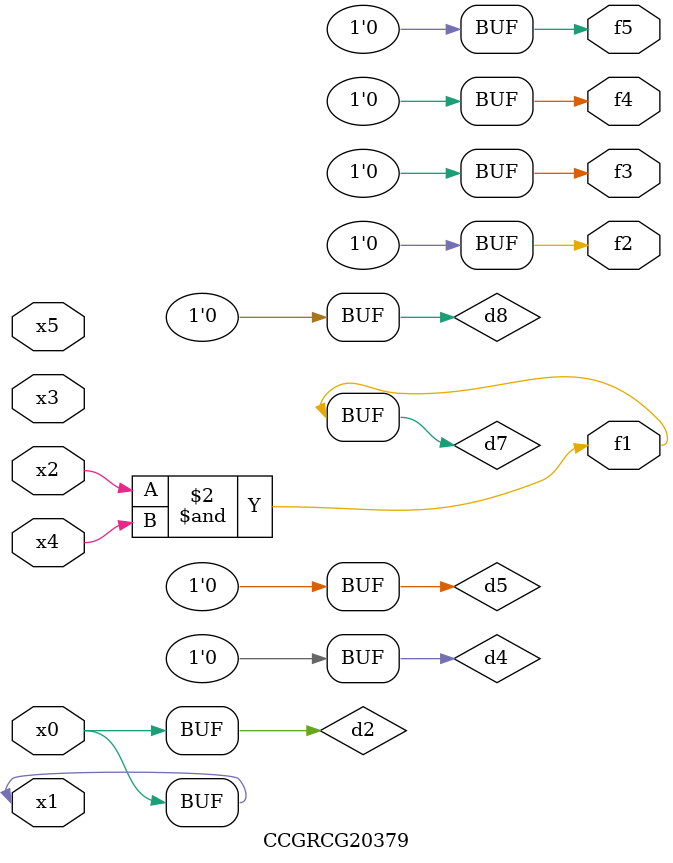
<source format=v>
module CCGRCG20379(
	input x0, x1, x2, x3, x4, x5,
	output f1, f2, f3, f4, f5
);

	wire d1, d2, d3, d4, d5, d6, d7, d8, d9;

	nand (d1, x1);
	buf (d2, x0, x1);
	nand (d3, x2, x4);
	and (d4, d1, d2);
	and (d5, d1, d2);
	nand (d6, d1, d3);
	not (d7, d3);
	xor (d8, d5);
	nor (d9, d5, d6);
	assign f1 = d7;
	assign f2 = d8;
	assign f3 = d8;
	assign f4 = d8;
	assign f5 = d8;
endmodule

</source>
